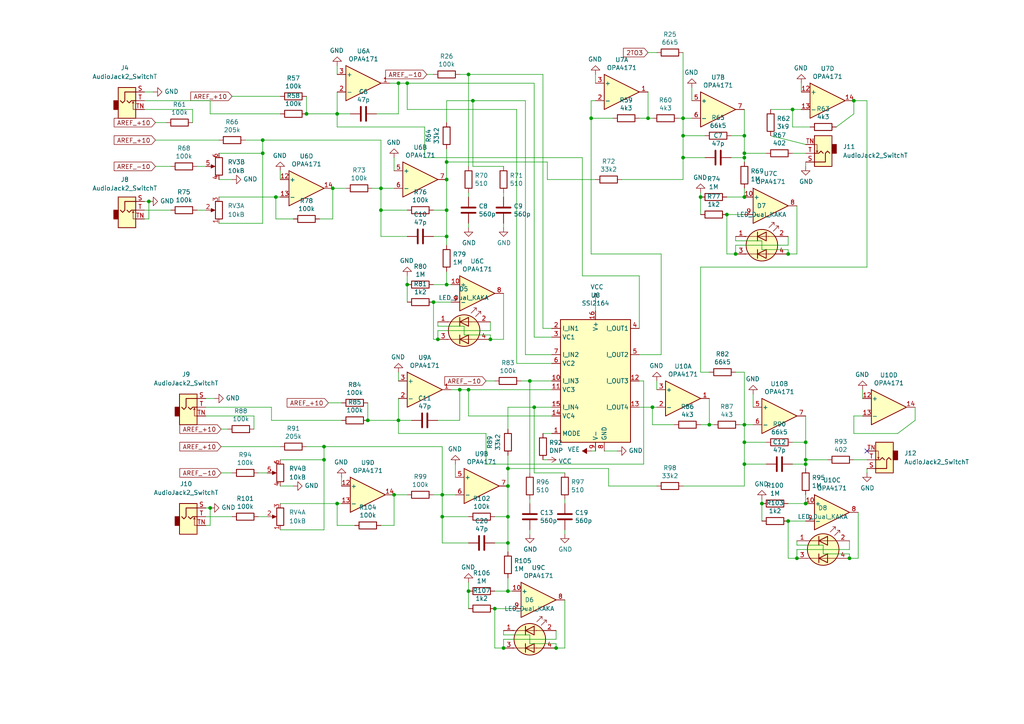
<source format=kicad_sch>
(kicad_sch (version 20211123) (generator eeschema)
  (paper "A4")
  (title_block (title "Mutable Blinds Klon, Taube Kanal 3+4") (date "2021-12-13") (rev "1.0") (comment 1 "urban@taube.xyz") (comment 2 "KiCad clone by Urban Bieri") (comment 3 "Design by Émilie Gillet") (comment 4 "cc-by-sa"))
  (junction (at 97.79 146.05))
  (junction (at 215.9 134.62))
  (junction (at 93.98 133.35))
  (junction (at 161.29 187.96))
  (junction (at 246.38 161.925))
  (junction (at 154.94 118.11))
  (junction (at 128.27 143.51))
  (junction (at 215.9 128.27))
  (junction (at 128.27 149.86))
  (junction (at 133.35 113.03))
  (junction (at 88.9 33.02))
  (junction (at 147.32 149.86))
  (junction (at 146.05 187.96))
  (junction (at 110.49 54.61))
  (junction (at 153.67 110.49))
  (junction (at 114.3 143.51))
  (junction (at 147.32 171.45))
  (junction (at 96.52 54.61))
  (junction (at 233.68 133.35))
  (junction (at 198.12 39.37))
  (junction (at 110.49 60.96))
  (junction (at 106.68 121.92))
  (junction (at 135.89 171.45))
  (junction (at 228.6 151.13))
  (junction (at 129.54 52.07))
  (junction (at 129.54 46.99))
  (junction (at 115.57 24.13))
  (junction (at 233.68 146.05))
  (junction (at 129.54 68.58))
  (junction (at 80.01 57.15))
  (junction (at 147.32 140.97))
  (junction (at 215.9 123.19))
  (junction (at 93.98 129.54))
  (junction (at 215.9 57.15))
  (junction (at 233.68 134.62))
  (junction (at 125.73 87.63))
  (junction (at 247.65 29.21))
  (junction (at 118.11 82.55))
  (junction (at 229.87 31.75))
  (junction (at 215.9 44.45))
  (junction (at 205.74 123.19))
  (junction (at 97.79 33.02))
  (junction (at 147.32 157.48))
  (junction (at 198.12 45.72))
  (junction (at 171.45 34.29))
  (junction (at 60.96 147.32))
  (junction (at 127 98.425))
  (junction (at 76.2 40.64))
  (junction (at 135.89 21.59))
  (junction (at 228.6 73.66))
  (junction (at 118.11 24.13))
  (junction (at 233.68 128.27))
  (junction (at 129.54 82.55))
  (junction (at 215.9 39.37))
  (junction (at 198.12 34.29))
  (junction (at 142.24 98.425))
  (junction (at 187.96 34.29))
  (junction (at 129.54 60.96))
  (junction (at 231.14 161.925))
  (junction (at 43.18 58.42))
  (junction (at 189.23 118.11))
  (junction (at 137.16 29.21))
  (junction (at 135.89 113.03))
  (junction (at 220.98 146.05))
  (junction (at 115.57 121.92))
  (junction (at 213.36 73.66))
  (junction (at 203.2 57.15))
  (junction (at 210.82 62.23))
  (junction (at 215.9 45.72))
  (junction (at 76.2 44.45))
  (junction (at 143.51 176.53))
  (junction (at 147.32 135.89))
  (no_connect (at 251.46 130.81))
  (wire (pts (xy 110.49 68.58) (xy 110.49 60.96)))
  (wire (pts (xy 246.38 160.655) (xy 246.38 161.925)))
  (wire (pts (xy 185.42 80.01) (xy 185.42 95.25)))
  (wire (pts (xy 147.32 167.64) (xy 147.32 171.45)))
  (wire (pts (xy 109.22 33.02) (xy 115.57 33.02)))
  (wire (pts (xy 203.2 57.15) (xy 203.2 62.23)))
  (wire (pts (xy 233.68 128.27) (xy 233.68 133.35)))
  (wire (pts (xy 99.06 116.84) (xy 95.25 116.84)))
  (wire (pts (xy 110.49 54.61) (xy 107.95 54.61)))
  (wire (pts (xy 129.54 43.18) (xy 129.54 46.99)))
  (wire (pts (xy 129.54 68.58) (xy 129.54 71.12)))
  (wire (pts (xy 158.75 52.07) (xy 172.72 52.07)))
  (wire (pts (xy 133.35 121.92) (xy 133.35 113.03)))
  (wire (pts (xy 128.27 143.51) (xy 125.73 143.51)))
  (wire (pts (xy 160.02 110.49) (xy 153.67 110.49)))
  (wire (pts (xy 97.79 152.4) (xy 97.79 146.05)))
  (wire (pts (xy 218.44 114.3) (xy 218.44 118.11)))
  (wire (pts (xy 198.12 34.29) (xy 200.66 34.29)))
  (wire (pts (xy 157.48 95.25) (xy 160.02 95.25)))
  (wire (pts (xy 172.72 87.63) (xy 172.72 90.17)))
  (wire (pts (xy 228.6 151.13) (xy 233.68 151.13)))
  (wire (pts (xy 191.77 73.66) (xy 191.77 102.87)))
  (wire (pts (xy 71.12 40.64) (xy 76.2 40.64)))
  (wire (pts (xy 233.68 143.51) (xy 233.68 146.05)))
  (wire (pts (xy 81.28 140.97) (xy 85.09 140.97)))
  (wire (pts (xy 115.57 121.92) (xy 119.38 121.92)))
  (wire (pts (xy 153.67 110.49) (xy 153.67 137.16)))
  (wire (pts (xy 129.54 29.21) (xy 137.16 29.21)))
  (wire (pts (xy 233.68 46.99) (xy 233.68 48.26)))
  (wire (pts (xy 149.86 31.75) (xy 149.86 105.41)))
  (wire (pts (xy 135.89 55.88) (xy 135.89 57.15)))
  (wire (pts (xy 125.73 87.63) (xy 125.73 98.425)))
  (wire (pts (xy 213.36 68.58) (xy 213.36 69.85)))
  (wire (pts (xy 177.8 34.29) (xy 171.45 34.29)))
  (wire (pts (xy 147.32 124.46) (xy 147.32 118.11)))
  (wire (pts (xy 250.19 113.03) (xy 250.19 115.57)))
  (wire (pts (xy 161.29 186.69) (xy 161.29 187.96)))
  (wire (pts (xy 196.85 34.29) (xy 198.12 34.29)))
  (wire (pts (xy 81.28 49.53) (xy 81.28 52.07)))
  (wire (pts (xy 233.68 133.35) (xy 240.03 133.35)))
  (wire (pts (xy 233.68 41.91) (xy 223.52 39.37)))
  (wire (pts (xy 180.34 52.07) (xy 198.12 52.07)))
  (wire (pts (xy 229.87 31.75) (xy 232.41 31.75)))
  (wire (pts (xy 125.73 82.55) (xy 129.54 82.55)))
  (wire (pts (xy 223.52 31.75) (xy 229.87 31.75)))
  (wire (pts (xy 99.06 138.43) (xy 99.06 140.97)))
  (wire (pts (xy 76.2 40.64) (xy 110.49 40.64)))
  (wire (pts (xy 265.43 121.92) (xy 260.35 125.73)))
  (wire (pts (xy 115.57 121.92) (xy 115.57 115.57)))
  (wire (pts (xy 146.05 182.88) (xy 146.05 184.15)))
  (wire (pts (xy 127 95.885) (xy 127 98.425)))
  (wire (pts (xy 147.32 149.86) (xy 143.51 149.86)))
  (wire (pts (xy 60.96 33.02) (xy 81.28 33.02)))
  (wire (pts (xy 129.54 78.74) (xy 129.54 82.55)))
  (wire (pts (xy 215.9 54.61) (xy 215.9 57.15)))
  (wire (pts (xy 247.65 125.73) (xy 247.65 120.65)))
  (wire (pts (xy 125.73 98.425) (xy 127 98.425)))
  (wire (pts (xy 228.6 146.05) (xy 233.68 146.05)))
  (wire (pts (xy 153.67 184.15) (xy 153.67 186.69)))
  (wire (pts (xy 214.63 123.19) (xy 215.9 123.19)))
  (wire (pts (xy 187.96 34.29) (xy 185.42 34.29)))
  (wire (pts (xy 215.9 140.97) (xy 215.9 134.62)))
  (wire (pts (xy 163.83 153.67) (xy 163.83 154.94)))
  (wire (pts (xy 146.05 98.425) (xy 142.24 98.425)))
  (wire (pts (xy 247.65 133.35) (xy 251.46 133.35)))
  (wire (pts (xy 157.48 133.35) (xy 158.75 133.35)))
  (wire (pts (xy 81.28 27.94) (xy 67.31 27.94)))
  (wire (pts (xy 129.54 68.58) (xy 125.73 68.58)))
  (wire (pts (xy 129.54 60.96) (xy 125.73 60.96)))
  (wire (pts (xy 247.65 33.02) (xy 242.57 36.83)))
  (wire (pts (xy 220.98 146.05) (xy 220.98 151.13)))
  (wire (pts (xy 115.57 107.95) (xy 115.57 110.49)))
  (wire (pts (xy 135.89 171.45) (xy 135.89 176.53)))
  (wire (pts (xy 127 121.92) (xy 133.35 121.92)))
  (wire (pts (xy 228.6 151.13) (xy 228.6 161.925)))
  (wire (pts (xy 158.75 46.99) (xy 158.75 52.07)))
  (wire (pts (xy 43.18 63.5) (xy 43.18 58.42)))
  (wire (pts (xy 171.45 34.29) (xy 171.45 29.21)))
  (wire (pts (xy 215.9 44.45) (xy 215.9 45.72)))
  (wire (pts (xy 41.91 63.5) (xy 43.18 63.5)))
  (wire (pts (xy 185.42 118.11) (xy 189.23 118.11)))
  (wire (pts (xy 215.9 39.37) (xy 212.09 39.37)))
  (wire (pts (xy 63.5 44.45) (xy 76.2 44.45)))
  (wire (pts (xy 186.69 110.49) (xy 186.69 134.62)))
  (wire (pts (xy 247.65 29.21) (xy 251.46 29.21)))
  (wire (pts (xy 171.45 29.21) (xy 172.72 29.21)))
  (wire (pts (xy 115.57 125.73) (xy 115.57 121.92)))
  (wire (pts (xy 55.88 35.56) (xy 55.88 31.75)))
  (wire (pts (xy 123.19 45.72) (xy 168.91 45.72)))
  (wire (pts (xy 232.41 24.13) (xy 232.41 26.67)))
  (wire (pts (xy 233.68 134.62) (xy 229.87 134.62)))
  (wire (pts (xy 59.69 152.4) (xy 60.96 152.4)))
  (wire (pts (xy 147.32 171.45) (xy 148.59 171.45)))
  (wire (pts (xy 146.05 184.15) (xy 153.67 184.15)))
  (wire (pts (xy 135.89 168.91) (xy 135.89 171.45)))
  (wire (pts (xy 238.76 160.655) (xy 246.38 160.655)))
  (wire (pts (xy 163.83 173.99) (xy 163.83 187.96)))
  (wire (pts (xy 195.58 123.19) (xy 189.23 123.19)))
  (wire (pts (xy 63.5 52.07) (xy 67.31 52.07)))
  (wire (pts (xy 137.16 48.26) (xy 137.16 29.21)))
  (wire (pts (xy 189.23 123.19) (xy 189.23 118.11)))
  (wire (pts (xy 97.79 33.02) (xy 97.79 26.67)))
  (wire (pts (xy 41.91 31.75) (xy 55.88 31.75)))
  (wire (pts (xy 146.05 48.26) (xy 137.16 48.26)))
  (wire (pts (xy 233.68 133.35) (xy 233.68 134.62)))
  (wire (pts (xy 189.23 34.29) (xy 187.96 34.29)))
  (wire (pts (xy 140.97 134.62) (xy 140.97 125.73)))
  (wire (pts (xy 129.54 60.96) (xy 129.54 68.58)))
  (wire (pts (xy 154.94 118.11) (xy 160.02 118.11)))
  (wire (pts (xy 43.18 58.42) (xy 41.91 58.42)))
  (wire (pts (xy 210.82 73.66) (xy 213.36 73.66)))
  (wire (pts (xy 191.77 102.87) (xy 185.42 102.87)))
  (wire (pts (xy 198.12 45.72) (xy 198.12 39.37)))
  (wire (pts (xy 118.11 82.55) (xy 118.11 87.63)))
  (wire (pts (xy 147.32 149.86) (xy 147.32 157.48)))
  (wire (pts (xy 204.47 45.72) (xy 198.12 45.72)))
  (wire (pts (xy 81.28 133.35) (xy 93.98 133.35)))
  (wire (pts (xy 134.62 94.615) (xy 134.62 97.155)))
  (wire (pts (xy 247.65 125.73) (xy 260.35 125.73)))
  (wire (pts (xy 81.28 146.05) (xy 97.79 146.05)))
  (wire (pts (xy 161.29 185.42) (xy 146.05 185.42)))
  (wire (pts (xy 45.085 35.56) (xy 48.26 35.56)))
  (wire (pts (xy 88.9 33.02) (xy 97.79 33.02)))
  (wire (pts (xy 135.89 21.59) (xy 135.89 48.26)))
  (wire (pts (xy 118.11 68.58) (xy 110.49 68.58)))
  (wire (pts (xy 78.74 118.11) (xy 78.74 121.92)))
  (wire (pts (xy 246.38 161.925) (xy 248.92 161.925)))
  (wire (pts (xy 137.16 29.21) (xy 152.4 29.21)))
  (wire (pts (xy 210.82 62.23) (xy 210.82 73.66)))
  (wire (pts (xy 147.32 157.48) (xy 147.32 160.02)))
  (wire (pts (xy 143.51 171.45) (xy 147.32 171.45)))
  (wire (pts (xy 157.48 21.59) (xy 157.48 95.25)))
  (wire (pts (xy 102.87 152.4) (xy 97.79 152.4)))
  (wire (pts (xy 220.98 72.39) (xy 228.6 72.39)))
  (wire (pts (xy 80.01 63.5) (xy 80.01 57.15)))
  (wire (pts (xy 222.25 128.27) (xy 215.9 128.27)))
  (wire (pts (xy 128.27 149.86) (xy 128.27 143.51)))
  (wire (pts (xy 135.89 120.65) (xy 160.02 120.65)))
  (wire (pts (xy 135.89 149.86) (xy 128.27 149.86)))
  (wire (pts (xy 247.65 120.65) (xy 250.19 120.65)))
  (wire (pts (xy 163.83 144.78) (xy 163.83 146.05)))
  (wire (pts (xy 59.69 120.65) (xy 73.66 120.65)))
  (wire (pts (xy 93.98 153.67) (xy 81.28 153.67)))
  (wire (pts (xy 222.25 134.62) (xy 215.9 134.62)))
  (wire (pts (xy 198.12 52.07) (xy 198.12 45.72)))
  (wire (pts (xy 129.54 46.99) (xy 158.75 46.99)))
  (wire (pts (xy 41.91 29.21) (xy 60.96 29.21)))
  (wire (pts (xy 153.67 110.49) (xy 151.13 110.49)))
  (wire (pts (xy 160.02 125.73) (xy 157.48 125.73)))
  (wire (pts (xy 125.73 87.63) (xy 130.81 87.63)))
  (wire (pts (xy 73.66 124.46) (xy 73.66 120.65)))
  (wire (pts (xy 205.74 115.57) (xy 205.74 123.19)))
  (wire (pts (xy 153.67 186.69) (xy 161.29 186.69)))
  (wire (pts (xy 143.51 176.53) (xy 148.59 176.53)))
  (wire (pts (xy 198.12 140.97) (xy 215.9 140.97)))
  (wire (pts (xy 45.085 40.64) (xy 63.5 40.64)))
  (wire (pts (xy 231.14 159.385) (xy 231.14 161.925)))
  (wire (pts (xy 146.05 64.77) (xy 146.05 66.04)))
  (wire (pts (xy 142.24 93.345) (xy 142.24 95.885)))
  (wire (pts (xy 248.92 148.59) (xy 248.92 161.925)))
  (wire (pts (xy 247.65 29.21) (xy 247.65 33.02)))
  (wire (pts (xy 93.98 133.35) (xy 93.98 153.67)))
  (wire (pts (xy 135.89 113.03) (xy 160.02 113.03)))
  (wire (pts (xy 233.68 128.27) (xy 229.87 128.27)))
  (wire (pts (xy 220.98 69.85) (xy 220.98 72.39)))
  (wire (pts (xy 140.97 125.73) (xy 115.57 125.73)))
  (wire (pts (xy 203.2 55.88) (xy 203.2 57.15)))
  (wire (pts (xy 114.3 45.72) (xy 114.3 49.53)))
  (wire (pts (xy 62.23 115.57) (xy 59.69 115.57)))
  (wire (pts (xy 190.5 110.49) (xy 190.5 113.03)))
  (wire (pts (xy 127 94.615) (xy 134.62 94.615)))
  (wire (pts (xy 171.45 34.29) (xy 171.45 73.66)))
  (wire (pts (xy 135.89 64.77) (xy 135.89 66.04)))
  (wire (pts (xy 97.79 146.05) (xy 99.06 146.05)))
  (wire (pts (xy 228.6 73.66) (xy 231.14 73.66)))
  (wire (pts (xy 189.23 118.11) (xy 190.5 118.11)))
  (wire (pts (xy 142.24 95.885) (xy 127 95.885)))
  (wire (pts (xy 172.72 21.59) (xy 172.72 24.13)))
  (wire (pts (xy 143.51 187.96) (xy 146.05 187.96)))
  (wire (pts (xy 251.46 29.21) (xy 251.46 77.47)))
  (wire (pts (xy 118.11 31.75) (xy 149.86 31.75)))
  (wire (pts (xy 163.83 137.16) (xy 154.94 137.16)))
  (wire (pts (xy 251.46 135.89) (xy 251.46 137.16)))
  (wire (pts (xy 204.47 39.37) (xy 198.12 39.37)))
  (wire (pts (xy 76.2 64.77) (xy 63.5 64.77)))
  (wire (pts (xy 60.96 147.32) (xy 59.69 147.32)))
  (wire (pts (xy 59.69 149.86) (xy 67.31 149.86)))
  (wire (pts (xy 187.96 15.24) (xy 190.5 15.24)))
  (wire (pts (xy 118.11 80.01) (xy 118.11 82.55)))
  (wire (pts (xy 80.01 57.15) (xy 81.28 57.15)))
  (wire (pts (xy 135.89 21.59) (xy 157.48 21.59)))
  (wire (pts (xy 57.15 60.96) (xy 59.69 60.96)))
  (wire (pts (xy 152.4 29.21) (xy 152.4 102.87)))
  (wire (pts (xy 113.03 24.13) (xy 115.57 24.13)))
  (wire (pts (xy 153.67 144.78) (xy 153.67 146.05)))
  (wire (pts (xy 135.89 113.03) (xy 135.89 120.65)))
  (wire (pts (xy 210.82 62.23) (xy 215.9 62.23)))
  (wire (pts (xy 228.6 72.39) (xy 228.6 73.66)))
  (wire (pts (xy 110.49 60.96) (xy 110.49 54.61)))
  (wire (pts (xy 215.9 39.37) (xy 215.9 44.45)))
  (wire (pts (xy 215.9 46.99) (xy 215.9 45.72)))
  (wire (pts (xy 229.87 44.45) (xy 233.68 44.45)))
  (wire (pts (xy 114.3 143.51) (xy 118.11 143.51)))
  (wire (pts (xy 205.74 123.19) (xy 203.2 123.19)))
  (wire (pts (xy 143.51 176.53) (xy 143.51 187.96)))
  (wire (pts (xy 238.76 158.115) (xy 238.76 160.655)))
  (wire (pts (xy 140.97 134.62) (xy 186.69 134.62)))
  (wire (pts (xy 129.54 35.56) (xy 129.54 29.21)))
  (wire (pts (xy 44.45 26.67) (xy 41.91 26.67)))
  (wire (pts (xy 215.9 107.95) (xy 215.9 123.19)))
  (wire (pts (xy 234.95 36.83) (xy 229.87 36.83)))
  (wire (pts (xy 85.09 63.5) (xy 80.01 63.5)))
  (wire (pts (xy 203.2 77.47) (xy 203.2 107.95)))
  (wire (pts (xy 76.2 40.64) (xy 76.2 44.45)))
  (wire (pts (xy 132.08 134.62) (xy 132.08 138.43)))
  (wire (pts (xy 123.825 21.59) (xy 125.73 21.59)))
  (wire (pts (xy 118.11 24.13) (xy 118.11 31.75)))
  (wire (pts (xy 133.35 113.03) (xy 135.89 113.03)))
  (wire (pts (xy 215.9 123.19) (xy 218.44 123.19)))
  (wire (pts (xy 147.32 118.11) (xy 154.94 118.11)))
  (wire (pts (xy 215.9 128.27) (xy 215.9 123.19)))
  (wire (pts (xy 114.3 152.4) (xy 110.49 152.4)))
  (wire (pts (xy 171.45 73.66) (xy 191.77 73.66)))
  (wire (pts (xy 215.9 31.75) (xy 215.9 39.37)))
  (wire (pts (xy 106.68 116.84) (xy 106.68 121.92)))
  (wire (pts (xy 147.32 157.48) (xy 143.51 157.48)))
  (wire (pts (xy 198.12 39.37) (xy 198.12 34.29)))
  (wire (pts (xy 128.27 143.51) (xy 132.08 143.51)))
  (wire (pts (xy 115.57 33.02) (xy 115.57 24.13)))
  (wire (pts (xy 142.24 97.155) (xy 142.24 98.425)))
  (wire (pts (xy 265.43 118.11) (xy 265.43 121.92)))
  (wire (pts (xy 97.79 36.83) (xy 97.79 33.02)))
  (wire (pts (xy 110.49 40.64) (xy 110.49 54.61)))
  (wire (pts (xy 231.14 158.115) (xy 238.76 158.115)))
  (wire (pts (xy 176.53 140.97) (xy 190.5 140.97)))
  (wire (pts (xy 168.91 45.72) (xy 168.91 80.01)))
  (wire (pts (xy 123.19 36.83) (xy 97.79 36.83)))
  (wire (pts (xy 171.45 130.81) (xy 172.72 130.81)))
  (wire (pts (xy 96.52 54.61) (xy 100.33 54.61)))
  (wire (pts (xy 135.89 157.48) (xy 128.27 157.48)))
  (wire (pts (xy 74.93 137.16) (xy 77.47 137.16)))
  (wire (pts (xy 59.69 118.11) (xy 78.74 118.11)))
  (wire (pts (xy 129.54 52.07) (xy 129.54 60.96)))
  (wire (pts (xy 60.96 152.4) (xy 60.96 147.32)))
  (wire (pts (xy 64.135 124.46) (xy 66.04 124.46)))
  (wire (pts (xy 134.62 97.155) (xy 142.24 97.155)))
  (wire (pts (xy 64.135 137.16) (xy 67.31 137.16)))
  (wire (pts (xy 128.27 157.48) (xy 128.27 149.86)))
  (wire (pts (xy 97.79 19.05) (xy 97.79 21.59)))
  (wire (pts (xy 229.87 36.83) (xy 229.87 31.75)))
  (wire (pts (xy 93.98 129.54) (xy 128.27 129.54)))
  (wire (pts (xy 161.29 182.88) (xy 161.29 185.42)))
  (wire (pts (xy 203.2 107.95) (xy 205.74 107.95)))
  (wire (pts (xy 246.38 156.845) (xy 246.38 159.385)))
  (wire (pts (xy 110.49 54.61) (xy 114.3 54.61)))
  (wire (pts (xy 185.42 110.49) (xy 186.69 110.49)))
  (wire (pts (xy 147.32 132.08) (xy 147.32 135.89)))
  (wire (pts (xy 147.32 140.97) (xy 147.32 149.86)))
  (wire (pts (xy 146.05 55.88) (xy 146.05 57.15)))
  (wire (pts (xy 127 93.345) (xy 127 94.615)))
  (wire (pts (xy 210.82 57.15) (xy 215.9 57.15)))
  (wire (pts (xy 45.085 48.26) (xy 49.53 48.26)))
  (wire (pts (xy 213.36 107.95) (xy 215.9 107.95)))
  (wire (pts (xy 93.98 129.54) (xy 93.98 133.35)))
  (wire (pts (xy 106.68 121.92) (xy 115.57 121.92)))
  (wire (pts (xy 251.46 77.47) (xy 203.2 77.47)))
  (wire (pts (xy 198.12 34.29) (xy 198.12 15.24)))
  (wire (pts (xy 115.57 24.13) (xy 118.11 24.13)))
  (wire (pts (xy 154.94 24.13) (xy 154.94 97.79)))
  (wire (pts (xy 118.11 60.96) (xy 110.49 60.96)))
  (wire (pts (xy 88.9 129.54) (xy 93.98 129.54)))
  (wire (pts (xy 41.91 60.96) (xy 49.53 60.96)))
  (wire (pts (xy 88.9 27.94) (xy 88.9 33.02)))
  (wire (pts (xy 179.07 130.81) (xy 175.26 130.81)))
  (wire (pts (xy 149.86 105.41) (xy 160.02 105.41)))
  (wire (pts (xy 215.9 44.45) (xy 222.25 44.45)))
  (wire (pts (xy 147.32 135.89) (xy 176.53 135.89)))
  (wire (pts (xy 76.2 44.45) (xy 76.2 64.77)))
  (wire (pts (xy 96.52 54.61) (xy 96.52 63.5)))
  (wire (pts (xy 114.3 143.51) (xy 114.3 152.4)))
  (wire (pts (xy 153.67 153.67) (xy 153.67 154.94)))
  (wire (pts (xy 207.01 123.19) (xy 205.74 123.19)))
  (wire (pts (xy 200.66 25.4) (xy 200.66 29.21)))
  (wire (pts (xy 60.96 29.21) (xy 60.96 33.02)))
  (wire (pts (xy 146.05 185.42) (xy 146.05 187.96)))
  (wire (pts (xy 233.68 120.65) (xy 233.68 128.27)))
  (wire (pts (xy 161.29 187.96) (xy 163.83 187.96)))
  (wire (pts (xy 129.54 46.99) (xy 129.54 52.07)))
  (wire (pts (xy 231.14 156.845) (xy 231.14 158.115)))
  (wire (pts (xy 78.74 121.92) (xy 99.06 121.92)))
  (wire (pts (xy 233.68 135.89) (xy 233.68 134.62)))
  (wire (pts (xy 228.6 68.58) (xy 228.6 71.12)))
  (wire (pts (xy 187.96 26.67) (xy 187.96 34.29)))
  (wire (pts (xy 220.98 144.78) (xy 220.98 146.05)))
  (wire (pts (xy 128.27 129.54) (xy 128.27 143.51)))
  (wire (pts (xy 228.6 71.12) (xy 213.36 71.12)))
  (wire (pts (xy 152.4 102.87) (xy 160.02 102.87)))
  (wire (pts (xy 213.36 71.12) (xy 213.36 73.66)))
  (wire (pts (xy 146.05 85.09) (xy 146.05 98.425)))
  (wire (pts (xy 154.94 137.16) (xy 154.94 118.11)))
  (wire (pts (xy 215.9 45.72) (xy 212.09 45.72)))
  (wire (pts (xy 176.53 135.89) (xy 176.53 140.97)))
  (wire (pts (xy 231.14 59.69) (xy 231.14 73.66)))
  (wire (pts (xy 168.91 80.01) (xy 185.42 80.01)))
  (wire (pts (xy 213.36 69.85) (xy 220.98 69.85)))
  (wire (pts (xy 63.5 57.15) (xy 80.01 57.15)))
  (wire (pts (xy 154.94 97.79) (xy 160.02 97.79)))
  (wire (pts (xy 215.9 134.62) (xy 215.9 128.27)))
  (wire (pts (xy 228.6 161.925) (xy 231.14 161.925)))
  (wire (pts (xy 64.135 129.54) (xy 81.28 129.54)))
  (wire (pts (xy 74.93 149.86) (xy 77.47 149.86)))
  (wire (pts (xy 97.79 33.02) (xy 101.6 33.02)))
  (wire (pts (xy 140.97 110.49) (xy 143.51 110.49)))
  (wire (pts (xy 246.38 159.385) (xy 231.14 159.385)))
  (wire (pts (xy 57.15 48.26) (xy 59.69 48.26)))
  (wire (pts (xy 130.81 113.03) (xy 133.35 113.03)))
  (wire (pts (xy 96.52 63.5) (xy 92.71 63.5)))
  (wire (pts (xy 118.11 24.13) (xy 154.94 24.13)))
  (wire (pts (xy 135.89 21.59) (xy 133.35 21.59)))
  (wire (pts (xy 123.19 45.72) (xy 123.19 36.83)))
  (wire (pts (xy 147.32 135.89) (xy 147.32 140.97)))
  (wire (pts (xy 129.54 82.55) (xy 130.81 82.55)))
  (global_label "AREF_+10" (shape input) (at 64.135 124.46 180) (property "Intersheet References" "${INTERSHEET_REFS}" (effects hide)))
  (global_label "AREF_+10" (shape input) (at 45.085 35.56 180) (property "Intersheet References" "${INTERSHEET_REFS}" (effects hide)))
  (global_label "2TO3" (shape input) (at 187.96 15.24 180) (property "Intersheet References" "${INTERSHEET_REFS}" (effects hide)))
  (global_label "AREF_+10" (shape input) (at 64.135 129.54 180) (property "Intersheet References" "${INTERSHEET_REFS}" (effects hide)))
  (global_label "AREF_+10" (shape input) (at 45.085 40.64 180) (property "Intersheet References" "${INTERSHEET_REFS}" (effects hide)))
  (global_label "AREF_-10" (shape input) (at 64.135 137.16 180) (property "Intersheet References" "${INTERSHEET_REFS}" (effects hide)))
  (global_label "AREF_+10" (shape input) (at 67.31 27.94 180) (property "Intersheet References" "${INTERSHEET_REFS}" (effects hide)))
  (global_label "AREF_+10" (shape input) (at 95.25 116.84 180) (property "Intersheet References" "${INTERSHEET_REFS}" (effects hide)))
  (global_label "AREF_-10" (shape input) (at 123.825 21.59 180) (property "Intersheet References" "${INTERSHEET_REFS}" (effects hide)))
  (global_label "AREF_-10" (shape input) (at 45.085 48.26 180) (property "Intersheet References" "${INTERSHEET_REFS}" (effects hide)))
  (global_label "AREF_-10" (shape input) (at 140.97 110.49 180) (property "Intersheet References" "${INTERSHEET_REFS}" (effects hide)))
  (symbol (lib_id "Amplifier_Operational:OPA4134") (at 123.19 113.03 0) (unit 1)
    (property "Reference" "U9" (at 123.19 103.7082 0))
    (property "Value" "OPA4171" (at 123.19 106.0196 0))
    (property "Footprint" "Package_SO:TSSOP-14_4.4x5mm_P0.65mm" (effects hide))
    (property "Datasheet" "http://www.ti.com/lit/ds/symlink/opa134.pdf" (effects hide))
  )
  (symbol (lib_id "Audio:SSI2164") (at 172.72 110.49 0) (unit 1)
    (property "Reference" "U8" (at 172.72 85.6488 0))
    (property "Value" "SSI2164" (at 172.72 87.9602 0))
    (property "Footprint" "Package_SO:SOIC-16_3.9x9.9mm_P1.27mm" (effects hide))
    (property "Datasheet" "http://www.soundsemiconductor.com/downloads/ssi2164datasheet.pdf" (effects hide))
  )
  (symbol (lib_id "Device:R") (at 71.12 149.86 270) (unit 1)
    (property "Reference" "R101" (at 71.12 144.6022 90))
    (property "Value" "100k" (at 71.12 146.9136 90))
    (property "Footprint" "Resistor_SMD:R_0805_2012Metric_Pad1.20x1.40mm_HandSolder" (effects hide))
  )
  (symbol (lib_id "Device:R") (at 71.12 137.16 270) (unit 1)
    (property "Reference" "R94" (at 71.12 131.9022 90))
    (property "Value" "100k" (at 71.12 134.2136 90))
    (property "Footprint" "Resistor_SMD:R_0805_2012Metric_Pad1.20x1.40mm_HandSolder" (effects hide))
  )
  (symbol (lib_id "power:GND") (at 60.96 147.32 90) (unit 1)
    (property "Reference" "#PWR061" (effects hide))
    (property "Value" "GND" (at 64.2112 147.193 90) (effects (justify right)))
  )
  (symbol (lib_id "power:GND") (at 85.09 140.97 90) (unit 1)
    (property "Reference" "#PWR059" (effects hide))
    (property "Value" "GND" (at 88.3412 140.843 90) (effects (justify right)))
  )
  (symbol (lib_id "Amplifier_Operational:OPA4134") (at 139.7 140.97 0) (unit 2)
    (property "Reference" "U9" (at 139.7 131.6482 0))
    (property "Value" "OPA4171" (at 139.7 133.9596 0))
    (property "Footprint" "Package_SO:TSSOP-14_4.4x5mm_P0.65mm" (effects hide))
    (property "Datasheet" "http://www.ti.com/lit/ds/symlink/opa134.pdf" (effects hide))
  )
  (symbol (lib_id "Amplifier_Operational:OPA4134") (at 156.21 173.99 0) (unit 3)
    (property "Reference" "U9" (at 156.21 164.6682 0))
    (property "Value" "OPA4171" (at 156.21 166.9796 0))
    (property "Footprint" "Package_SO:TSSOP-14_4.4x5mm_P0.65mm" (effects hide))
    (property "Datasheet" "http://www.ti.com/lit/ds/symlink/opa134.pdf" (effects hide))
  )
  (symbol (lib_id "Amplifier_Operational:OPA4134") (at 106.68 143.51 0) (unit 4)
    (property "Reference" "U9" (at 106.68 134.1882 0))
    (property "Value" "OPA4171" (at 106.68 136.4996 0))
    (property "Footprint" "Package_SO:TSSOP-14_4.4x5mm_P0.65mm" (effects hide))
    (property "Datasheet" "http://www.ti.com/lit/ds/symlink/opa134.pdf" (effects hide))
  )
  (symbol (lib_id "power:GND") (at 99.06 138.43 180) (unit 1)
    (property "Reference" "#PWR058" (effects hide))
    (property "Value" "GND" (at 98.933 134.0358 0))
  )
  (symbol (lib_id "Device:R") (at 106.68 152.4 270) (unit 1)
    (property "Reference" "R104" (at 106.68 147.1422 90))
    (property "Value" "100k" (at 106.68 149.4536 90))
    (property "Footprint" "Resistor_SMD:R_0805_2012Metric_Pad1.20x1.40mm_HandSolder" (effects hide))
  )
  (symbol (lib_id "Device:R") (at 121.92 143.51 270) (unit 1)
    (property "Reference" "R99" (at 121.92 138.2522 90))
    (property "Value" "100k" (at 121.92 140.5636 90))
    (property "Footprint" "Resistor_SMD:R_0805_2012Metric_Pad1.20x1.40mm_HandSolder" (effects hide))
  )
  (symbol (lib_id "Device:R") (at 85.09 129.54 270) (unit 1)
    (property "Reference" "R91" (at 85.09 124.2822 90))
    (property "Value" "205k" (at 85.09 126.5936 90))
    (property "Footprint" "Resistor_SMD:R_0805_2012Metric_Pad1.20x1.40mm_HandSolder" (effects hide))
  )
  (symbol (lib_id "power:GND") (at 132.08 134.62 180) (unit 1)
    (property "Reference" "#PWR056" (effects hide))
    (property "Value" "GND" (at 131.953 130.2258 0))
  )
  (symbol (lib_id "Device:R") (at 139.7 149.86 270) (unit 1)
    (property "Reference" "R102" (at 139.7 144.6022 90))
    (property "Value" "100k" (at 139.7 146.9136 90))
    (property "Footprint" "Resistor_SMD:R_0805_2012Metric_Pad1.20x1.40mm_HandSolder" (effects hide))
  )
  (symbol (lib_id "Device:C") (at 139.7 157.48 270) (unit 1)
    (property "Reference" "C20" (at 139.7 151.0792 90))
    (property "Value" "47p" (at 139.7 153.3906 90))
    (property "Footprint" "Capacitor_SMD:C_0805_2012Metric_Pad1.18x1.45mm_HandSolder" (effects hide))
  )
  (symbol (lib_id "Device:R") (at 147.32 163.83 180) (unit 1)
    (property "Reference" "R105" (at 149.098 162.6616 0) (effects (justify right)))
    (property "Value" "1M" (at 149.098 164.973 0) (effects (justify right)))
    (property "Footprint" "Resistor_SMD:R_0805_2012Metric_Pad1.20x1.40mm_HandSolder" (effects hide))
  )
  (symbol (lib_id "Device:R") (at 139.7 171.45 90) (unit 1)
    (property "Reference" "R106" (at 139.7 166.1922 90))
    (property "Value" "1M" (at 139.7 168.5036 90))
    (property "Footprint" "Resistor_SMD:R_0805_2012Metric_Pad1.20x1.40mm_HandSolder" (effects hide))
  )
  (symbol (lib_id "Device:R") (at 139.7 176.53 90) (unit 1)
    (property "Reference" "R107" (at 139.7 171.2722 90))
    (property "Value" "1k2" (at 139.7 173.5836 90))
    (property "Footprint" "Resistor_SMD:R_0805_2012Metric_Pad1.20x1.40mm_HandSolder" (effects hide))
  )
  (symbol (lib_id "power:GND") (at 135.89 168.91 180) (unit 1)
    (property "Reference" "#PWR064" (effects hide))
    (property "Value" "GND" (at 135.763 164.5158 0))
  )
  (symbol (lib_id "Device:R") (at 69.85 124.46 270) (unit 1)
    (property "Reference" "R88" (at 69.85 119.2022 90))
    (property "Value" "100k" (at 69.85 121.5136 90))
    (property "Footprint" "Resistor_SMD:R_0805_2012Metric_Pad1.20x1.40mm_HandSolder" (effects hide))
  )
  (symbol (lib_id "Device:R") (at 147.32 128.27 0) (unit 1)
    (property "Reference" "R89" (at 142.0622 128.27 90))
    (property "Value" "33k2" (at 144.3736 128.27 90))
    (property "Footprint" "Resistor_SMD:R_0805_2012Metric_Pad1.20x1.40mm_HandSolder" (effects hide))
  )
  (symbol (lib_id "power:GND") (at 115.57 107.95 180) (unit 1)
    (property "Reference" "#PWR048" (effects hide))
    (property "Value" "GND" (at 115.443 103.5558 0))
  )
  (symbol (lib_id "Device:R") (at 102.87 116.84 270) (unit 1)
    (property "Reference" "R84" (at 102.87 111.5822 90))
    (property "Value" "100k" (at 102.87 113.8936 90))
    (property "Footprint" "Resistor_SMD:R_0805_2012Metric_Pad1.20x1.40mm_HandSolder" (effects hide))
  )
  (symbol (lib_id "Device:R") (at 102.87 121.92 270) (unit 1)
    (property "Reference" "R85" (at 102.87 116.6622 90))
    (property "Value" "100k" (at 102.87 118.9736 90))
    (property "Footprint" "Resistor_SMD:R_0805_2012Metric_Pad1.20x1.40mm_HandSolder" (effects hide))
  )
  (symbol (lib_id "power:GND") (at 62.23 115.57 90) (unit 1)
    (property "Reference" "#PWR052" (effects hide))
    (property "Value" "GND" (at 65.4812 115.443 90) (effects (justify right)))
  )
  (symbol (lib_id "Device:C") (at 123.19 121.92 270) (unit 1)
    (property "Reference" "C11" (at 123.19 115.5192 90))
    (property "Value" "47p" (at 123.19 117.8306 90))
    (property "Footprint" "Capacitor_SMD:C_0805_2012Metric_Pad1.18x1.45mm_HandSolder" (effects hide))
  )
  (symbol (lib_id "Device:R") (at 147.32 110.49 270) (unit 1)
    (property "Reference" "R83" (at 147.32 105.2322 90))
    (property "Value" "100k" (at 147.32 107.5436 90))
    (property "Footprint" "Resistor_SMD:R_0805_2012Metric_Pad1.20x1.40mm_HandSolder" (effects hide))
  )
  (symbol (lib_id "Device:R") (at 153.67 140.97 0) (unit 1)
    (property "Reference" "R96" (at 155.448 139.8016 0) (effects (justify left)))
    (property "Value" "510" (at 155.448 142.113 0) (effects (justify left)))
    (property "Footprint" "Resistor_SMD:R_0805_2012Metric_Pad1.20x1.40mm_HandSolder" (effects hide))
  )
  (symbol (lib_id "Device:C") (at 153.67 149.86 180) (unit 1)
    (property "Reference" "C13" (at 156.591 148.6916 0) (effects (justify right)))
    (property "Value" "560p" (at 156.591 151.003 0) (effects (justify right)))
    (property "Footprint" "Capacitor_SMD:C_0805_2012Metric_Pad1.18x1.45mm_HandSolder" (effects hide))
  )
  (symbol (lib_id "Device:R") (at 163.83 140.97 180) (unit 1)
    (property "Reference" "R97" (at 165.608 139.8016 0) (effects (justify right)))
    (property "Value" "510" (at 165.608 142.113 0) (effects (justify right)))
    (property "Footprint" "Resistor_SMD:R_0805_2012Metric_Pad1.20x1.40mm_HandSolder" (effects hide))
  )
  (symbol (lib_id "Device:C") (at 163.83 149.86 180) (unit 1)
    (property "Reference" "C19" (at 166.751 148.6916 0) (effects (justify right)))
    (property "Value" "560p" (at 166.751 151.003 0) (effects (justify right)))
    (property "Footprint" "Capacitor_SMD:C_0805_2012Metric_Pad1.18x1.45mm_HandSolder" (effects hide))
  )
  (symbol (lib_id "power:GND") (at 163.83 154.94 0) (unit 1)
    (property "Reference" "#PWR063" (effects hide))
    (property "Value" "GND" (at 163.957 159.3342 0))
  )
  (symbol (lib_id "power:GND") (at 153.67 154.94 0) (unit 1)
    (property "Reference" "#PWR062" (effects hide))
    (property "Value" "GND" (at 153.797 159.3342 0))
  )
  (symbol (lib_id "Amplifier_Operational:OPA4134") (at 198.12 115.57 0) (unit 1)
    (property "Reference" "U10" (at 198.12 106.2482 0))
    (property "Value" "OPA4171" (at 198.12 108.5596 0))
    (property "Footprint" "Package_SO:TSSOP-14_4.4x5mm_P0.65mm" (effects hide))
    (property "Datasheet" "http://www.ti.com/lit/ds/symlink/opa134.pdf" (effects hide))
  )
  (symbol (lib_id "power:GND") (at 190.5 110.49 180) (unit 1)
    (property "Reference" "#PWR049" (effects hide))
    (property "Value" "GND" (at 190.373 106.0958 0))
  )
  (symbol (lib_id "Device:R") (at 199.39 123.19 270) (unit 1)
    (property "Reference" "R86" (at 199.39 117.9322 90))
    (property "Value" "4k3" (at 199.39 120.2436 90))
    (property "Footprint" "Resistor_SMD:R_0805_2012Metric_Pad1.20x1.40mm_HandSolder" (effects hide))
  )
  (symbol (lib_id "Amplifier_Operational:OPA4134") (at 226.06 120.65 0) (unit 2)
    (property "Reference" "U10" (at 226.06 111.3282 0))
    (property "Value" "OPA4171" (at 226.06 113.6396 0))
    (property "Footprint" "Package_SO:TSSOP-14_4.4x5mm_P0.65mm" (effects hide))
    (property "Datasheet" "http://www.ti.com/lit/ds/symlink/opa134.pdf" (effects hide))
  )
  (symbol (lib_id "Device:R") (at 210.82 123.19 270) (unit 1)
    (property "Reference" "R87" (at 210.82 117.9322 90))
    (property "Value" "4k3" (at 210.82 120.2436 90))
    (property "Footprint" "Resistor_SMD:R_0805_2012Metric_Pad1.20x1.40mm_HandSolder" (effects hide))
  )
  (symbol (lib_id "Device:R") (at 194.31 140.97 270) (unit 1)
    (property "Reference" "R98" (at 194.31 135.7122 90))
    (property "Value" "33k2" (at 194.31 138.0236 90))
    (property "Footprint" "Resistor_SMD:R_0805_2012Metric_Pad1.20x1.40mm_HandSolder" (effects hide))
  )
  (symbol (lib_id "Device:R") (at 209.55 107.95 270) (unit 1)
    (property "Reference" "R82" (at 209.55 102.6922 90))
    (property "Value" "66k5" (at 209.55 105.0036 90))
    (property "Footprint" "Resistor_SMD:R_0805_2012Metric_Pad1.20x1.40mm_HandSolder" (effects hide))
  )
  (symbol (lib_id "Device:R") (at 226.06 128.27 270) (unit 1)
    (property "Reference" "R90" (at 226.06 123.0122 90))
    (property "Value" "66k5" (at 226.06 125.3236 90))
    (property "Footprint" "Resistor_SMD:R_0805_2012Metric_Pad1.20x1.40mm_HandSolder" (effects hide))
  )
  (symbol (lib_id "Device:C") (at 226.06 134.62 270) (unit 1)
    (property "Reference" "C12" (at 226.06 128.2192 90))
    (property "Value" "47p" (at 226.06 130.5306 90))
    (property "Footprint" "Capacitor_SMD:C_0805_2012Metric_Pad1.18x1.45mm_HandSolder" (effects hide))
  )
  (symbol (lib_id "Device:R") (at 243.84 133.35 270) (unit 1)
    (property "Reference" "R93" (at 243.84 128.0922 90))
    (property "Value" "402" (at 243.84 130.4036 90))
    (property "Footprint" "Resistor_SMD:R_0805_2012Metric_Pad1.20x1.40mm_HandSolder" (effects hide))
  )
  (symbol (lib_id "Amplifier_Operational:OPA4134") (at 241.3 148.59 0) (unit 3)
    (property "Reference" "U10" (at 241.3 139.2682 0))
    (property "Value" "OPA4171" (at 241.3 141.5796 0))
    (property "Footprint" "Package_SO:TSSOP-14_4.4x5mm_P0.65mm" (effects hide))
    (property "Datasheet" "http://www.ti.com/lit/ds/symlink/opa134.pdf" (effects hide))
  )
  (symbol (lib_id "Device:R") (at 233.68 139.7 180) (unit 1)
    (property "Reference" "R95" (at 235.458 138.5316 0) (effects (justify right)))
    (property "Value" "1M" (at 235.458 140.843 0) (effects (justify right)))
    (property "Footprint" "Resistor_SMD:R_0805_2012Metric_Pad1.20x1.40mm_HandSolder" (effects hide))
  )
  (symbol (lib_id "Device:R") (at 224.79 146.05 90) (unit 1)
    (property "Reference" "R100" (at 224.79 140.7922 90))
    (property "Value" "1M" (at 224.79 143.1036 90))
    (property "Footprint" "Resistor_SMD:R_0805_2012Metric_Pad1.20x1.40mm_HandSolder" (effects hide))
  )
  (symbol (lib_id "Device:R") (at 224.79 151.13 90) (unit 1)
    (property "Reference" "R103" (at 224.79 145.8722 90))
    (property "Value" "1k2" (at 224.79 148.1836 90))
    (property "Footprint" "Resistor_SMD:R_0805_2012Metric_Pad1.20x1.40mm_HandSolder" (effects hide))
  )
  (symbol (lib_id "power:GND") (at 220.98 144.78 180) (unit 1)
    (property "Reference" "#PWR060" (effects hide))
    (property "Value" "GND" (at 220.853 140.3858 0))
  )
  (symbol (lib_id "power:GND") (at 251.46 137.16 0) (unit 1)
    (property "Reference" "#PWR057" (effects hide))
    (property "Value" "GND" (at 251.587 141.5542 0))
  )
  (symbol (lib_id "power:VCC") (at 172.72 87.63 0) (unit 1)
    (property "Reference" "#PWR047" (effects hide))
    (property "Value" "VCC" (at 173.1518 83.2358 0))
  )
  (symbol (lib_id "power:VEE") (at 171.45 130.81 90) (unit 1)
    (property "Reference" "#PWR053" (effects hide))
    (property "Value" "VEE" (at 168.2242 130.3528 90) (effects (justify left)))
  )
  (symbol (lib_id "power:GND") (at 179.07 130.81 90) (unit 1)
    (property "Reference" "#PWR054" (effects hide))
    (property "Value" "GND" (at 182.3212 130.683 90) (effects (justify right)))
  )
  (symbol (lib_id "Amplifier_Operational:OPA4134") (at 257.81 118.11 0) (unit 4)
    (property "Reference" "U10" (at 257.81 108.7882 0))
    (property "Value" "OPA4171" (at 257.81 111.0996 0))
    (property "Footprint" "Package_SO:TSSOP-14_4.4x5mm_P0.65mm" (effects hide))
    (property "Datasheet" "http://www.ti.com/lit/ds/symlink/opa134.pdf" (effects hide))
  )
  (symbol (lib_id "power:GND") (at 218.44 114.3 180) (unit 1)
    (property "Reference" "#PWR051" (effects hide))
    (property "Value" "GND" (at 218.313 109.9058 0))
  )
  (symbol (lib_id "power:GND") (at 250.19 113.03 180) (unit 1)
    (property "Reference" "#PWR050" (effects hide))
    (property "Value" "GND" (at 250.063 108.6358 0))
  )
  (symbol (lib_id "Device:R") (at 157.48 129.54 0) (unit 1)
    (property "Reference" "R92" (at 159.258 128.3716 0) (effects (justify left)))
    (property "Value" "DNP" (at 159.258 130.683 0) (effects (justify left)))
    (property "Footprint" "Resistor_SMD:R_0805_2012Metric_Pad1.20x1.40mm_HandSolder" (effects hide))
  )
  (symbol (lib_id "power:VCC") (at 158.75 133.35 270) (unit 1)
    (property "Reference" "#PWR055" (effects hide))
    (property "Value" "VCC" (at 162.0012 133.7818 90) (effects (justify left)))
  )
  (symbol (lib_id "Amplifier_Operational:OPA4134") (at 105.41 24.13 0) (unit 1)
    (property "Reference" "U6" (at 105.41 14.8082 0))
    (property "Value" "OPA4171" (at 105.41 17.1196 0))
    (property "Footprint" "Package_SO:TSSOP-14_4.4x5mm_P0.65mm" (effects hide))
    (property "Datasheet" "http://www.ti.com/lit/ds/symlink/opa134.pdf" (effects hide))
  )
  (symbol (lib_id "Device:R") (at 53.34 60.96 270) (unit 1)
    (property "Reference" "R75" (at 53.34 55.7022 90))
    (property "Value" "100k" (at 53.34 58.0136 90))
    (property "Footprint" "Resistor_SMD:R_0805_2012Metric_Pad1.20x1.40mm_HandSolder" (effects hide))
  )
  (symbol (lib_id "Device:R") (at 53.34 48.26 270) (unit 1)
    (property "Reference" "R68" (at 53.34 43.0022 90))
    (property "Value" "100k" (at 53.34 45.3136 90))
    (property "Footprint" "Resistor_SMD:R_0805_2012Metric_Pad1.20x1.40mm_HandSolder" (effects hide))
  )
  (symbol (lib_id "power:GND") (at 43.18 58.42 90) (unit 1)
    (property "Reference" "#PWR042" (effects hide))
    (property "Value" "GND" (at 46.4312 58.293 90) (effects (justify right)))
  )
  (symbol (lib_id "power:GND") (at 67.31 52.07 90) (unit 1)
    (property "Reference" "#PWR024" (effects hide))
    (property "Value" "GND" (at 70.5612 51.943 90) (effects (justify right)))
  )
  (symbol (lib_id "Amplifier_Operational:OPA4134") (at 121.92 52.07 0) (unit 2)
    (property "Reference" "U6" (at 121.92 42.7482 0))
    (property "Value" "OPA4171" (at 121.92 45.0596 0))
    (property "Footprint" "Package_SO:TSSOP-14_4.4x5mm_P0.65mm" (effects hide))
    (property "Datasheet" "http://www.ti.com/lit/ds/symlink/opa134.pdf" (effects hide))
  )
  (symbol (lib_id "Amplifier_Operational:OPA4134") (at 138.43 85.09 0) (unit 3)
    (property "Reference" "U6" (at 138.43 75.7682 0))
    (property "Value" "OPA4171" (at 138.43 78.0796 0))
    (property "Footprint" "Package_SO:TSSOP-14_4.4x5mm_P0.65mm" (effects hide))
    (property "Datasheet" "http://www.ti.com/lit/ds/symlink/opa134.pdf" (effects hide))
  )
  (symbol (lib_id "Amplifier_Operational:OPA4134") (at 88.9 54.61 0) (unit 4)
    (property "Reference" "U6" (at 88.9 45.2882 0))
    (property "Value" "OPA4171" (at 88.9 47.5996 0))
    (property "Footprint" "Package_SO:TSSOP-14_4.4x5mm_P0.65mm" (effects hide))
    (property "Datasheet" "http://www.ti.com/lit/ds/symlink/opa134.pdf" (effects hide))
  )
  (symbol (lib_id "power:GND") (at 81.28 49.53 180) (unit 1)
    (property "Reference" "#PWR023" (effects hide))
    (property "Value" "GND" (at 81.153 45.1358 0))
  )
  (symbol (lib_id "Device:R") (at 88.9 63.5 270) (unit 1)
    (property "Reference" "R78" (at 88.9 58.2422 90))
    (property "Value" "100k" (at 88.9 60.5536 90))
    (property "Footprint" "Resistor_SMD:R_0805_2012Metric_Pad1.20x1.40mm_HandSolder" (effects hide))
  )
  (symbol (lib_id "Device:R") (at 104.14 54.61 270) (unit 1)
    (property "Reference" "R73" (at 104.14 49.3522 90))
    (property "Value" "100k" (at 104.14 51.6636 90))
    (property "Footprint" "Resistor_SMD:R_0805_2012Metric_Pad1.20x1.40mm_HandSolder" (effects hide))
  )
  (symbol (lib_id "Device:R") (at 67.31 40.64 270) (unit 1)
    (property "Reference" "R66" (at 67.31 35.3822 90))
    (property "Value" "205k" (at 67.31 37.6936 90))
    (property "Footprint" "Resistor_SMD:R_0805_2012Metric_Pad1.20x1.40mm_HandSolder" (effects hide))
  )
  (symbol (lib_id "power:GND") (at 114.3 45.72 180) (unit 1)
    (property "Reference" "#PWR020" (effects hide))
    (property "Value" "GND" (at 114.173 41.3258 0))
  )
  (symbol (lib_id "Device:R") (at 121.92 60.96 270) (unit 1)
    (property "Reference" "R76" (at 121.92 55.7022 90))
    (property "Value" "100k" (at 121.92 58.0136 90))
    (property "Footprint" "Resistor_SMD:R_0805_2012Metric_Pad1.20x1.40mm_HandSolder" (effects hide))
  )
  (symbol (lib_id "Device:C") (at 121.92 68.58 270) (unit 1)
    (property "Reference" "C10" (at 121.92 62.1792 90))
    (property "Value" "47p" (at 121.92 64.4906 90))
    (property "Footprint" "Capacitor_SMD:C_0805_2012Metric_Pad1.18x1.45mm_HandSolder" (effects hide))
  )
  (symbol (lib_id "Device:R") (at 129.54 74.93 180) (unit 1)
    (property "Reference" "R79" (at 131.318 73.7616 0) (effects (justify right)))
    (property "Value" "1M" (at 131.318 76.073 0) (effects (justify right)))
    (property "Footprint" "Resistor_SMD:R_0805_2012Metric_Pad1.20x1.40mm_HandSolder" (effects hide))
  )
  (symbol (lib_id "Device:R") (at 121.92 82.55 90) (unit 1)
    (property "Reference" "R80" (at 121.92 77.2922 90))
    (property "Value" "1M" (at 121.92 79.6036 90))
    (property "Footprint" "Resistor_SMD:R_0805_2012Metric_Pad1.20x1.40mm_HandSolder" (effects hide))
  )
  (symbol (lib_id "Device:R") (at 121.92 87.63 90) (unit 1)
    (property "Reference" "R81" (at 121.92 82.3722 90))
    (property "Value" "1k2" (at 121.92 84.6836 90))
    (property "Footprint" "Resistor_SMD:R_0805_2012Metric_Pad1.20x1.40mm_HandSolder" (effects hide))
  )
  (symbol (lib_id "power:GND") (at 118.11 80.01 180) (unit 1)
    (property "Reference" "#PWR046" (effects hide))
    (property "Value" "GND" (at 117.983 75.6158 0))
  )
  (symbol (lib_id "Device:R") (at 52.07 35.56 270) (unit 1)
    (property "Reference" "R61" (at 52.07 30.3022 90))
    (property "Value" "100k" (at 52.07 32.6136 90))
    (property "Footprint" "Resistor_SMD:R_0805_2012Metric_Pad1.20x1.40mm_HandSolder" (effects hide))
  )
  (symbol (lib_id "Device:R") (at 129.54 39.37 0) (unit 1)
    (property "Reference" "R64" (at 124.2822 39.37 90))
    (property "Value" "33k2" (at 126.5936 39.37 90))
    (property "Footprint" "Resistor_SMD:R_0805_2012Metric_Pad1.20x1.40mm_HandSolder" (effects hide))
  )
  (symbol (lib_id "power:GND") (at 97.79 19.05 180) (unit 1)
    (property "Reference" "#PWR014" (effects hide))
    (property "Value" "GND" (at 97.663 14.6558 0))
  )
  (symbol (lib_id "Device:R") (at 85.09 27.94 270) (unit 1)
    (property "Reference" "R57" (at 85.09 22.6822 90))
    (property "Value" "100k" (at 85.09 24.9936 90))
    (property "Footprint" "Resistor_SMD:R_0805_2012Metric_Pad1.20x1.40mm_HandSolder" (effects hide))
  )
  (symbol (lib_id "Device:R") (at 85.09 33.02 270) (unit 1)
    (property "Reference" "R58" (at 85.09 27.7622 90))
    (property "Value" "100k" (at 85.09 30.0736 90))
    (property "Footprint" "Resistor_SMD:R_0805_2012Metric_Pad1.20x1.40mm_HandSolder" (effects hide))
  )
  (symbol (lib_id "power:GND") (at 44.45 26.67 90) (unit 1)
    (property "Reference" "#PWR019" (effects hide))
    (property "Value" "GND" (at 47.7012 26.543 90) (effects (justify right)))
  )
  (symbol (lib_id "Device:C") (at 105.41 33.02 270) (unit 1)
    (property "Reference" "C6" (at 105.41 26.6192 90))
    (property "Value" "47p" (at 105.41 28.9306 90))
    (property "Footprint" "Capacitor_SMD:C_0805_2012Metric_Pad1.18x1.45mm_HandSolder" (effects hide))
  )
  (symbol (lib_id "Device:R") (at 129.54 21.59 270) (unit 1)
    (property "Reference" "R26" (at 129.54 16.3322 90))
    (property "Value" "100k" (at 129.54 18.6436 90))
    (property "Footprint" "Resistor_SMD:R_0805_2012Metric_Pad1.20x1.40mm_HandSolder" (effects hide))
  )
  (symbol (lib_id "Device:R") (at 135.89 52.07 0) (unit 1)
    (property "Reference" "R70" (at 137.668 50.9016 0) (effects (justify left)))
    (property "Value" "510" (at 137.668 53.213 0) (effects (justify left)))
    (property "Footprint" "Resistor_SMD:R_0805_2012Metric_Pad1.20x1.40mm_HandSolder" (effects hide))
  )
  (symbol (lib_id "Device:C") (at 135.89 60.96 180) (unit 1)
    (property "Reference" "C8" (at 138.811 59.7916 0) (effects (justify right)))
    (property "Value" "560p" (at 138.811 62.103 0) (effects (justify right)))
    (property "Footprint" "Capacitor_SMD:C_0805_2012Metric_Pad1.18x1.45mm_HandSolder" (effects hide))
  )
  (symbol (lib_id "Device:R") (at 146.05 52.07 180) (unit 1)
    (property "Reference" "R71" (at 147.828 50.9016 0) (effects (justify right)))
    (property "Value" "510" (at 147.828 53.213 0) (effects (justify right)))
    (property "Footprint" "Resistor_SMD:R_0805_2012Metric_Pad1.20x1.40mm_HandSolder" (effects hide))
  )
  (symbol (lib_id "Device:C") (at 146.05 60.96 180) (unit 1)
    (property "Reference" "C9" (at 148.971 59.7916 0) (effects (justify right)))
    (property "Value" "560p" (at 148.971 62.103 0) (effects (justify right)))
    (property "Footprint" "Capacitor_SMD:C_0805_2012Metric_Pad1.18x1.45mm_HandSolder" (effects hide))
  )
  (symbol (lib_id "power:GND") (at 146.05 66.04 0) (unit 1)
    (property "Reference" "#PWR045" (effects hide))
    (property "Value" "GND" (at 146.177 70.4342 0))
  )
  (symbol (lib_id "power:GND") (at 135.89 66.04 0) (unit 1)
    (property "Reference" "#PWR044" (effects hide))
    (property "Value" "GND" (at 136.017 70.4342 0))
  )
  (symbol (lib_id "Amplifier_Operational:OPA4134") (at 180.34 26.67 0) (unit 1)
    (property "Reference" "U7" (at 180.34 17.3482 0))
    (property "Value" "OPA4171" (at 180.34 19.6596 0))
    (property "Footprint" "Package_SO:TSSOP-14_4.4x5mm_P0.65mm" (effects hide))
    (property "Datasheet" "http://www.ti.com/lit/ds/symlink/opa134.pdf" (effects hide))
  )
  (symbol (lib_id "power:GND") (at 172.72 21.59 180) (unit 1)
    (property "Reference" "#PWR015" (effects hide))
    (property "Value" "GND" (at 172.593 17.1958 0))
  )
  (symbol (lib_id "Device:R") (at 181.61 34.29 270) (unit 1)
    (property "Reference" "R59" (at 181.61 29.0322 90))
    (property "Value" "4k3" (at 181.61 31.3436 90))
    (property "Footprint" "Resistor_SMD:R_0805_2012Metric_Pad1.20x1.40mm_HandSolder" (effects hide))
  )
  (symbol (lib_id "Amplifier_Operational:OPA4134") (at 208.28 31.75 0) (unit 2)
    (property "Reference" "U7" (at 208.28 22.4282 0))
    (property "Value" "OPA4171" (at 208.28 24.7396 0))
    (property "Footprint" "Package_SO:TSSOP-14_4.4x5mm_P0.65mm" (effects hide))
    (property "Datasheet" "http://www.ti.com/lit/ds/symlink/opa134.pdf" (effects hide))
  )
  (symbol (lib_id "Device:R") (at 193.04 34.29 270) (unit 1)
    (property "Reference" "R60" (at 193.04 29.0322 90))
    (property "Value" "4k3" (at 193.04 31.3436 90))
    (property "Footprint" "Resistor_SMD:R_0805_2012Metric_Pad1.20x1.40mm_HandSolder" (effects hide))
  )
  (symbol (lib_id "Device:R") (at 176.53 52.07 270) (unit 1)
    (property "Reference" "R72" (at 176.53 46.8122 90))
    (property "Value" "33k2" (at 176.53 49.1236 90))
    (property "Footprint" "Resistor_SMD:R_0805_2012Metric_Pad1.20x1.40mm_HandSolder" (effects hide))
  )
  (symbol (lib_id "Device:R") (at 208.28 39.37 270) (unit 1)
    (property "Reference" "R65" (at 208.28 34.1122 90))
    (property "Value" "66k5" (at 208.28 36.4236 90))
    (property "Footprint" "Resistor_SMD:R_0805_2012Metric_Pad1.20x1.40mm_HandSolder" (effects hide))
  )
  (symbol (lib_id "Device:C") (at 208.28 45.72 270) (unit 1)
    (property "Reference" "C7" (at 208.28 39.3192 90))
    (property "Value" "47p" (at 208.28 41.6306 90))
    (property "Footprint" "Capacitor_SMD:C_0805_2012Metric_Pad1.18x1.45mm_HandSolder" (effects hide))
  )
  (symbol (lib_id "Device:R") (at 226.06 44.45 270) (unit 1)
    (property "Reference" "R67" (at 226.06 39.1922 90))
    (property "Value" "402" (at 226.06 41.5036 90))
    (property "Footprint" "Resistor_SMD:R_0805_2012Metric_Pad1.20x1.40mm_HandSolder" (effects hide))
  )
  (symbol (lib_id "Amplifier_Operational:OPA4134") (at 223.52 59.69 0) (unit 3)
    (property "Reference" "U7" (at 223.52 50.3682 0))
    (property "Value" "OPA4171" (at 223.52 52.6796 0))
    (property "Footprint" "Package_SO:TSSOP-14_4.4x5mm_P0.65mm" (effects hide))
    (property "Datasheet" "http://www.ti.com/lit/ds/symlink/opa134.pdf" (effects hide))
  )
  (symbol (lib_id "Device:R") (at 215.9 50.8 180) (unit 1)
    (property "Reference" "R69" (at 217.678 49.6316 0) (effects (justify right)))
    (property "Value" "1M" (at 217.678 51.943 0) (effects (justify right)))
    (property "Footprint" "Resistor_SMD:R_0805_2012Metric_Pad1.20x1.40mm_HandSolder" (effects hide))
  )
  (symbol (lib_id "Device:R") (at 207.01 57.15 90) (unit 1)
    (property "Reference" "R74" (at 207.01 51.8922 90))
    (property "Value" "1M" (at 207.01 54.2036 90))
    (property "Footprint" "Resistor_SMD:R_0805_2012Metric_Pad1.20x1.40mm_HandSolder" (effects hide))
  )
  (symbol (lib_id "Device:R") (at 207.01 62.23 90) (unit 1)
    (property "Reference" "R77" (at 207.01 56.9722 90))
    (property "Value" "1k2" (at 207.01 59.2836 90))
    (property "Footprint" "Resistor_SMD:R_0805_2012Metric_Pad1.20x1.40mm_HandSolder" (effects hide))
  )
  (symbol (lib_id "power:GND") (at 203.2 55.88 180) (unit 1)
    (property "Reference" "#PWR025" (effects hide))
    (property "Value" "GND" (at 203.073 51.4858 0))
  )
  (symbol (lib_id "power:GND") (at 233.68 48.26 0) (unit 1)
    (property "Reference" "#PWR022" (effects hide))
    (property "Value" "GND" (at 233.807 52.6542 0))
  )
  (symbol (lib_id "Amplifier_Operational:OPA4134") (at 240.03 29.21 0) (unit 4)
    (property "Reference" "U7" (at 240.03 19.8882 0))
    (property "Value" "OPA4171" (at 240.03 22.1996 0))
    (property "Footprint" "Package_SO:TSSOP-14_4.4x5mm_P0.65mm" (effects hide))
    (property "Datasheet" "http://www.ti.com/lit/ds/symlink/opa134.pdf" (effects hide))
  )
  (symbol (lib_id "Device:R") (at 223.52 35.56 180) (unit 1)
    (property "Reference" "R62" (at 225.298 34.3916 0) (effects (justify right)))
    (property "Value" "3k9" (at 225.298 36.703 0) (effects (justify right)))
    (property "Footprint" "Resistor_SMD:R_0805_2012Metric_Pad1.20x1.40mm_HandSolder" (effects hide))
  )
  (symbol (lib_id "Device:R") (at 238.76 36.83 90) (unit 1)
    (property "Reference" "R63" (at 238.76 31.5722 90))
    (property "Value" "4k3" (at 238.76 33.8836 90))
    (property "Footprint" "Resistor_SMD:R_0805_2012Metric_Pad1.20x1.40mm_HandSolder" (effects hide))
  )
  (symbol (lib_id "power:GND") (at 200.66 25.4 180) (unit 1)
    (property "Reference" "#PWR018" (effects hide))
    (property "Value" "GND" (at 200.533 21.0058 0))
  )
  (symbol (lib_id "power:GND") (at 232.41 24.13 180) (unit 1)
    (property "Reference" "#PWR016" (effects hide))
    (property "Value" "GND" (at 232.283 19.7358 0))
  )
  (symbol (lib_id "Device:R") (at 194.31 15.24 270) (unit 1)
    (property "Reference" "R25" (at 194.31 9.9822 90))
    (property "Value" "66k5" (at 194.31 12.2936 90))
    (property "Footprint" "Resistor_SMD:R_0805_2012Metric_Pad1.20x1.40mm_HandSolder" (effects hide))
  )
  (symbol (lib_id "Connector:AudioJack2_SwitchT") (at 238.76 44.45 180) (unit 1)
    (property "Reference" "J11" (at 244.475 42.5449 0) (effects (justify right)))
    (property "Value" "AudioJack2_SwitchT" (at 244.475 45.0849 0) (effects (justify right)))
    (property "Footprint" "urbsLib:Jack_3.5mm_QingPu_distant" (effects hide))
  )
  (symbol (lib_id "Connector:AudioJack2_SwitchT") (at 54.61 149.86 0) (unit 1)
    (property "Reference" "J10" (at 53.975 140.335 0))
    (property "Value" "AudioJack2_SwitchT" (at 53.975 142.875 0))
    (property "Footprint" "urbsLib:Jack_3.5mm_QingPu_distant" (effects hide))
  )
  (symbol (lib_id "Device:R_Potentiometer_Dual_Separate") (at 81.28 137.16 180) (unit 2)
    (property "Reference" "RV4" (at 83.82 135.8899 0) (effects (justify right)))
    (property "Value" "10kB" (at 83.82 138.4299 0) (effects (justify right)))
    (property "Footprint" "urbsLib:RK097-dual-top" (effects hide))
  )
  (symbol (lib_id "Device:R_Potentiometer_Dual_Separate") (at 63.5 48.26 180) (unit 2)
    (property "Reference" "RV3" (at 66.04 46.9899 0) (effects (justify right)))
    (property "Value" "10kB" (at 66.04 49.5299 0) (effects (justify right)))
    (property "Footprint" "urbsLib:RK097-dual-top" (effects hide))
  )
  (symbol (lib_id "Connector:AudioJack2_SwitchT") (at 36.83 60.96 0) (unit 1)
    (property "Reference" "J8" (at 36.195 52.07 0))
    (property "Value" "AudioJack2_SwitchT" (at 36.195 54.61 0))
    (property "Footprint" "urbsLib:Jack_3.5mm_QingPu_distant" (effects hide))
  )
  (symbol (lib_id "Device:LED_Dual_KAKA") (at 153.67 185.42 0) (unit 1)
    (property "Reference" "D6" (at 153.543 173.99 0))
    (property "Value" "LED_Dual_KAKA" (at 153.543 176.53 0))
    (property "Footprint" "LED_SMD:LED_Avago_PLCC4_3.2x2.8mm_CW" (effects hide))
  )
  (symbol (lib_id "Device:LED_Dual_KAKA") (at 238.76 159.385 0) (unit 1)
    (property "Reference" "D8" (at 238.633 147.32 0))
    (property "Value" "LED_Dual_KAKA" (at 238.633 149.86 0))
    (property "Footprint" "LED_SMD:LED_Avago_PLCC4_3.2x2.8mm_CW" (effects hide))
  )
  (symbol (lib_id "Connector:AudioJack2_SwitchT") (at 36.83 29.21 0) (unit 1)
    (property "Reference" "J4" (at 36.195 19.685 0))
    (property "Value" "AudioJack2_SwitchT" (at 36.195 22.225 0))
    (property "Footprint" "urbsLib:Jack_3.5mm_QingPu_distant" (effects hide))
  )
  (symbol (lib_id "Connector:AudioJack2_SwitchT") (at 54.61 118.11 0) (unit 1)
    (property "Reference" "J9" (at 53.975 108.585 0))
    (property "Value" "AudioJack2_SwitchT" (at 53.975 111.125 0))
    (property "Footprint" "urbsLib:Jack_3.5mm_QingPu_distant" (effects hide))
  )
  (symbol (lib_id "Device:LED_Dual_KAKA") (at 220.98 71.12 0) (unit 1)
    (property "Reference" "D7" (at 220.853 59.69 0))
    (property "Value" "LED_Dual_KAKA" (at 220.853 62.23 0))
    (property "Footprint" "LED_SMD:LED_Avago_PLCC4_3.2x2.8mm_CW" (effects hide))
  )
  (symbol (lib_id "Connector:AudioJack2_SwitchT") (at 256.54 133.35 180) (unit 1)
    (property "Reference" "J12" (at 262.255 131.4449 0) (effects (justify right)))
    (property "Value" "AudioJack2_SwitchT" (at 262.255 133.9849 0) (effects (justify right)))
    (property "Footprint" "urbsLib:Jack_3.5mm_QingPu_distant" (effects hide))
  )
  (symbol (lib_id "Device:R_Potentiometer_Dual_Separate") (at 81.28 149.86 180) (unit 1)
    (property "Reference" "RV4" (at 83.82 148.5899 0) (effects (justify right)))
    (property "Value" "10kB" (at 83.82 151.1299 0) (effects (justify right)))
    (property "Footprint" "urbsLib:RK097-dual-top" (effects hide))
  )
  (symbol (lib_id "Device:R_Potentiometer_Dual_Separate") (at 63.5 60.96 180) (unit 1)
    (property "Reference" "RV3" (at 66.04 59.6899 0) (effects (justify right)))
    (property "Value" "10kB" (at 66.04 62.2299 0) (effects (justify right)))
    (property "Footprint" "urbsLib:RK097-dual-top" (effects hide))
  )
  (symbol (lib_id "Device:LED_Dual_KAKA") (at 134.62 95.885 0) (unit 1)
    (property "Reference" "D5" (at 134.493 83.82 0))
    (property "Value" "LED_Dual_KAKA" (at 134.493 86.36 0))
    (property "Footprint" "LED_SMD:LED_Avago_PLCC4_3.2x2.8mm_CW" (effects hide))
  )
)
</source>
